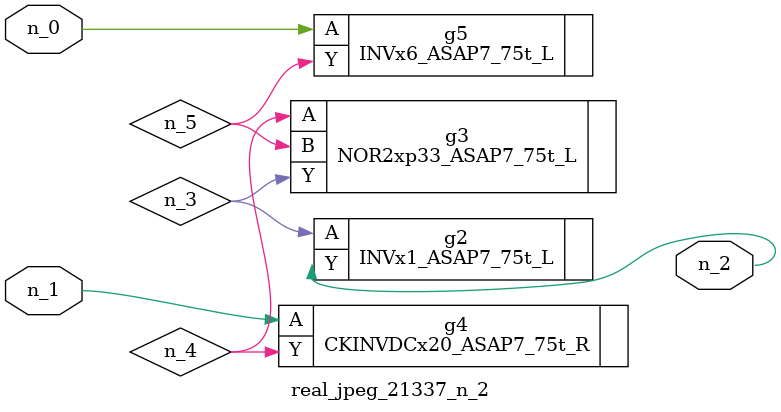
<source format=v>
module real_jpeg_21337_n_2 (n_1, n_0, n_2);

input n_1;
input n_0;

output n_2;

wire n_5;
wire n_4;
wire n_3;

INVx6_ASAP7_75t_L g5 ( 
.A(n_0),
.Y(n_5)
);

CKINVDCx20_ASAP7_75t_R g4 ( 
.A(n_1),
.Y(n_4)
);

INVx1_ASAP7_75t_L g2 ( 
.A(n_3),
.Y(n_2)
);

NOR2xp33_ASAP7_75t_L g3 ( 
.A(n_4),
.B(n_5),
.Y(n_3)
);


endmodule
</source>
